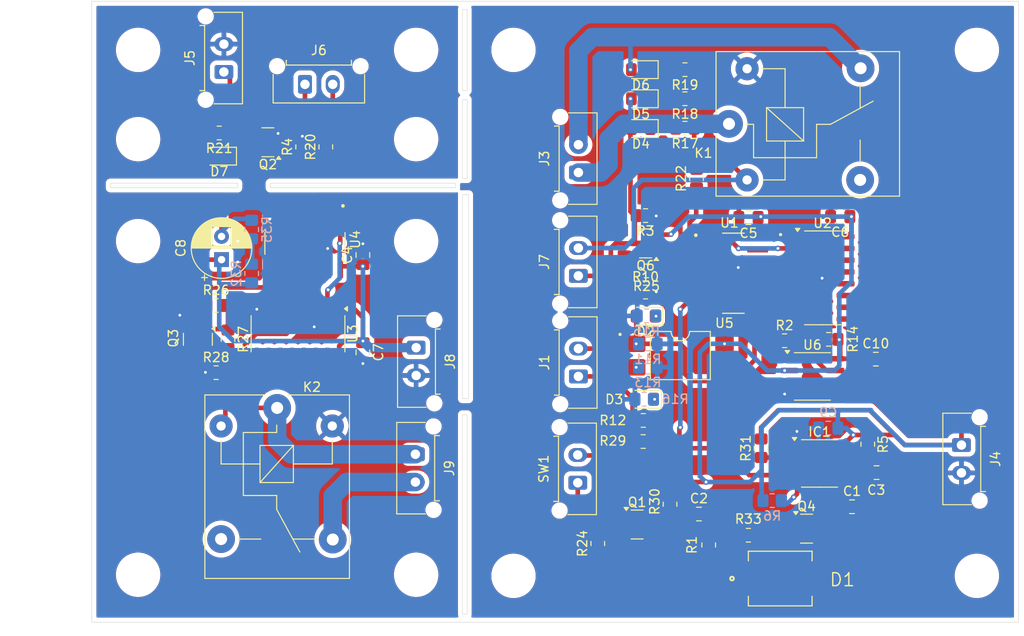
<source format=kicad_pcb>
(kicad_pcb (version 20241229) (generator "pcbnew") (generator_version "9.0")
  (layers (0 "F.Cu" signal) (2 "B.Cu" signal) (13 "F.Paste" user) (15 "B.Paste" user) (5 "F.SilkS" user "F.Silkscreen") (7 "B.SilkS" user "B.Silkscreen") (1 "F.Mask" user) (3 "B.Mask" user) (25 "Edge.Cuts" user))
  (net 0 "")
  (net 1 "GND")
  (net 2 "Net-(IC1-CONT)")
  (net 3 "/TRIG")
  (net 4 "+12V")
  (net 5 "/TSMS_reset")
  (net 6 "/DISCH")
  (net 7 "/IMD_reset")
  (net 8 "Net-(R32-Pad1)")
  (net 9 "Net-(Q1-D)")
  (net 10 "Net-(U1-Pad1)")
  (net 11 "Net-(U1-Pad9)")
  (net 15 "/SDC_IN")
  (net 17 "Net-(U1-Pad10)")
  (net 18 "/SDC_OUT")
  (net 20 "IMD_RELAY")
  (net 22 "/IMD_OKHs")
  (net 28 "/TSMS_input")
  (net 32 "Net-(U3-Pad2)")
  (net 35 "Net-(U3-Pad3)")
  (net 37 "Net-(U3-Pad4)")
  (net 39 "Net-(U4-Pad3)")
  (net 41 "/TSMS_latch_output")
  (net 44 "IMD_LED")
  (net 45 "/IMD_MHs")
  (net 46 "Net-(R13-Pad1)")
  (net 47 "Net-(R14-Pad2)")
  (net 48 "Net-(U1-Pad2)")
  (net 49 "/OKHs_logic")
  (net 50 "Net-(U6-BAL)")
  (net 51 "Net-(D2-K)")
  (net 52 "Net-(D3-K)")
  (net 53 "Net-(D4-K)")
  (net 54 "Net-(D5-K)")
  (net 55 "Net-(D6-K)")
  (net 56 "Net-(D7-A)")
  (net 58 "Net-(Q3-D)")
  (net 59 "Net-(Q2-G)")
  (net 60 "Net-(Q3-G)")
  (net 61 "/IMD_latch_output")
  (net 62 "Net-(Q6-G)")
  (net 63 "/TSMS_output")
  (net 64 "Net-(IC1-RESET)")
  (net 65 "Net-(Q1-G)")
  (net 66 "Net-(Q4-G)")
  (net 67 "Net-(C2-Pad2)")
  (footprint "Resistor_SMD:R_0805_2012Metric_Pad1.20x1.40mm_HandSolder" (layer "F.Cu") (at 134.5946 128.635 90)
    (property "Reference" "R24")
    (property "Value" "1k")
  )
  (footprint "MountingHole:MountingHole_4.3mm_M4" (layer "F.Cu") (at 115 85)
    (property "Reference" "H12" (hide yes))
    (property "Value" "MountingHole")
  )
  (footprint "Resistor_SMD:R_0805_2012Metric_Pad1.20x1.40mm_HandSolder" (layer "F.Cu") (at 144 83.8175 180)
    (property "Reference" "R17")
    (property "Value" "1k")
  )
  (footprint "Relay_THT:Relay_SPDT_SANYOU_SRD_Series_Form_C" (layer "F.Cu") (at 148.755 83.35)
    (property "Reference" "K1")
    (property "Value" "SANYOU_SRD_Form_C")
  )
  (footprint "extra_footprints:SS34 (1N5822)" (layer "F.Cu") (at 154.2796 132.4102)
    (property "Reference" "D1")
    (property "Value" "SS34")
  )
  (footprint "Resistor_SMD:R_0805_2012Metric_Pad1.20x1.40mm_HandSolder" (layer "F.Cu") (at 139.75 101.5)
    (property "Reference" "R10")
    (property "Value" "100k")
  )
  (footprint "LED_SMD:LED_0805_2012Metric_Pad1.15x1.40mm_HandSolder" (layer "F.Cu") (at 139.25 77.5 180)
    (property "Reference" "D6")
    (property "Value" "LED")
  )
  (footprint "Package_TO_SOT_SMD:SOT-23" (layer "F.Cu") (at 99 85.335 180)
    (property "Reference" "Q2")
    (property "Value" "AO3400A")
  )
  (footprint "Package_TO_SOT_SMD:SOT-23" (layer "F.Cu") (at 138.8364 126.5795)
    (property "Reference" "Q1")
    (property "Value" "NMOS")
  )
  (footprint "Resistor_SMD:R_0805_2012Metric_Pad1.20x1.40mm_HandSolder" (layer "F.Cu") (at 139.505 115.35)
    (property "Reference" "R12")
    (property "Value" "2k2")
  )
  (footprint "Resistor_SMD:R_0805_2012Metric_Pad1.20x1.40mm_HandSolder" (layer "F.Cu") (at 144 77.501052 180)
    (property "Reference" "R19")
    (property "Value" "1k")
  )
  (footprint "Package_TO_SOT_SMD:SOT-23" (layer "F.Cu") (at 139.75 96.25 180)
    (property "Reference" "Q6")
    (property "Value" "AO3401A")
  )
  (footprint "RMC-KiCad:SOIC127P600X175-14N" (layer "F.Cu") (at 103 96.25 -90)
    (property "Reference" "U4")
    (property "Value" "4001")
  )
  (footprint "Capacitor_SMD:C_0805_2012Metric_Pad1.18x1.45mm_HandSolder" (layer "F.Cu") (at 160.755 93.35 180)
    (property "Reference" "C6")
    (property "Value" "100nF")
  )
  (footprint "MountingHole:MountingHole_4.3mm_M4" (layer "F.Cu") (at 175.5025 132.12 -90)
    (property "Reference" "H1" (hide yes))
    (property "Value" "MountingHole")
  )
  (footprint "Connector_Molex:Molex_Micro-Fit_3.0_43650-0215_1x02_P3.00mm_Vertical" (layer "F.Cu") (at 115 107.5 -90)
    (property "Reference" "J8")
    (property "Value" "Conn_01x02")
  )
  (footprint "Resistor_SMD:R_0805_2012Metric_Pad1.20x1.40mm_HandSolder" (layer "F.Cu") (at 105.25 85.835 90)
    (property "Reference" "R20")
    (property "Value" "1k")
  )
  (footprint "Connector_Molex:Molex_Micro-Fit_3.0_43650-0215_1x02_P3.00mm_Vertical" (layer "F.Cu") (at 132.5 99.75 90)
    (property "Reference" "J7")
    (property "Value" "Conn_01x02")
  )
  (footprint "Resistor_SMD:R_0805_2012Metric_Pad1.20x1.40mm_HandSolder" (layer "F.Cu") (at 152.2222 118.348 90)
    (property "Reference" "R31")
    (property "Value" "1k")
  )
  (footprint "MountingHole:MountingHole_4.3mm_M4" (layer "F.Cu") (at 85 85)
    (property "Reference" "H11" (hide yes))
    (property "Value" "MountingHole")
  )
  (footprint "Package_SO:SOIC-8_3.9x4.9mm_P1.27mm" (layer "F.Cu") (at 157.755 110.6)
    (property "Reference" "U6")
    (property "Value" "LM311")
  )
  (footprint "Capacitor_THT:CP_Radial_D6.3mm_P2.50mm" (layer "F.Cu") (at 94 98 90)
    (property "Reference" "C8")
    (property "Value" "220u")
  )
  (footprint "Resistor_SMD:R_0805_2012Metric_Pad1.20x1.40mm_HandSolder" (layer "F.Cu") (at 145.25 89.25 90)
    (property "Reference" "R22")
    (property "Value" "JUMPER")
  )
  (footprint "Resistor_SMD:R_0805_2012Metric_Pad1.20x1.40mm_HandSolder" (layer "F.Cu") (at 139.75 93.25 180)
    (property "Reference" "R3")
    (property "Value" "1k")
  )
  (footprint "Resistor_SMD:R_0805_2012Metric_Pad1.20x1.40mm_HandSolder" (layer "F.Cu") (at 150.8412 127.7366 180)
    (property "Reference" "R33")
    (property "Value" "1k")
  )
  (footprint "Connector_Molex:Molex_Micro-Fit_3.0_43650-0215_1x02_P3.00mm_Vertical" (layer "F.Cu") (at 103 79.085)
    (property "Reference" "J6")
    (property "Value" "Conn_01x02")
  )
  (footprint "Capacitor_SMD:C_0805_2012Metric_Pad1.18x1.45mm_HandSolder" (layer "F.Cu") (at 164.6721 120.9802)
    (property "Reference" "C3")
    (property "Value" "1u")
  )
  (footprint "Package_DIP:SMDIP-4_W9.53mm" (layer "F.Cu") (at 143.505 108.35)
    (property "Reference" "U5")
    (property "Value" "LTV-817S")
  )
  (footprint "MountingHole:MountingHole_4.3mm_M4" (layer "F.Cu") (at 115 75.37)
    (property "Reference" "H10" (hide yes))
    (property "Value" "MountingHole")
  )
  (footprint "Connector_Molex:Molex_Micro-Fit_3.0_43650-0215_1x02_P3.00mm_Vertical" (layer "F.Cu") (at 132.505 88.6 90)
    (property "Reference" "J3")
    (property "Value" "Conn_01x02")
  )
  (footprint "Resistor_SMD:R_0805_2012Metric_Pad1.20x1.40mm_HandSolder" (layer "F.Cu") (at 93.415 102.945)
    (property "Reference" "R26")
    (property "Value" "1k")
  )
  (footprint "Package_TO_SOT_SMD:SOT-23" (layer "F.Cu") (at 157.1244 127.0254)
    (property "Reference" "Q4")
    (property "Value" "NMOS")
  )
  (footprint "Connector_Molex:Molex_Micro-Fit_3.0_43650-0215_1x02_P3.00mm_Vertical" (layer "F.Cu") (at 114.915 119 -90)
    (property "Reference" "J9")
    (property "Value" "Conn_01x02")
  )
  (footprint "Capacitor_SMD:C_0805_2012Metric_Pad1.18x1.45mm_HandSolder" (layer "F.Cu") (at 150.855 93.465 180)
    (property "Reference" "C5")
    (property "Value" "100nF")
  )
  (footprint "Resistor_SMD:R_0805_2012Metric_Pad1.20x1.40mm_HandSolder" (layer "F.Cu") (at 93.75 84.335 180)
    (property "Reference" "R21")
    (property "Value" "1k")
  )
  (footprint "Resistor_SMD:R_0805_2012Metric_Pad1.20x1.40mm_HandSolder" (layer "F.Cu") (at 146.5674 128.7874 -90)
    (property "Reference" "R1")
    (property "Value" "10k")
  )
  (footprint "MountingHole:MountingHole_4.3mm_M4" (layer "F.Cu") (at 125.5025 75.37 -90)
    (property "Reference" "H3" (hide yes))
    (property "Value" "MountingHole")
  )
  (footprint "MountingHole:MountingHole_4.3mm_M4" (layer "F.Cu") (at 175.5025 75.37 -90)
    (property "Reference" "H4" (hide yes))
    (property "Value" "MountingHole")
  )
  (footprint "Package_TO_SOT_SMD:SOT-23" (layer "F.Cu") (at 91.4475 106.5975 -90)
    (property "Reference" "Q3")
    (property "Value" "AO3401A")
  )
  (footprint "Resistor_SMD:R_0805_2012Metric_Pad1.20x1.40mm_HandSolder" (layer "F.Cu") (at 94.6975 106.5975 -90)
    (property "Reference" "R27")
    (property "Value" "100k")
  )
  (footprint "MountingHole:MountingHole_4.3mm_M4" (layer "F.Cu") (at 85 132)
    (property "Reference" "H7" (hide yes))
    (property "Value" "MountingHole")
  )
  (footprint "Capacitor_SMD:C_0805_2012Metric_Pad1.18x1.45mm_HandSolder" (layer "F.Cu") (at 164.5959 108.7374)
    (property "Reference" "C10")
    (property "Value" "100nF")
  )
  (footprint "Capacitor_SMD:C_0805_2012Metric_Pad1.18x1.45mm_HandSolder" (layer "F.Cu") (at 162.0305 124.6632)
    (property "Reference" "C1")
    (property "Value" "100n")
  )
  (footprint "Package_SO:SOIC-16_3.9x9.9mm_P1.27mm" (layer "F.Cu") (at 102.25 106 -90)
    (property "Reference" "U3")
    (property "Value" "4009")
  )
  (footprint "Capacitor_SMD:C_0805_2012Metric_Pad1.18x1.45mm_HandSolder" (layer "F.Cu") (at 145.5127 125.4506)
    (property "Reference" "C2")
    (property "Value" "1u")
  )
  (footprint "Connector_Molex:Molex_Micro-Fit_3.0_43650-0215_1x02_P3.00mm_Vertical" (layer "F.Cu") (at 173.8376 118.0056 -90)
    (property "Reference" "J4")
    (property "Value" "Conn_01x02")
  )
  (footprint "RMC-KiCad:SOIC127P600X175-14N" (layer "F.Cu") (at 149.225 99.465)
    (property "Reference" "U1")
    (property "Value" "4001")
  )
  (footprint "Resistor_SMD:R_0805_2012Metric_Pad1.20x1.40mm_HandSolder" (layer "F.Cu") (at 139.8475 99.2175 180)
    (property "Reference" "R25")
    (property "Value" "1k")
  )
  (footprint "LED_SMD:LED_0805_2012Metric_Pad1.15x1.40mm_HandSolder" (layer "F.Cu") (at 93.75 86.835 180)
    (property "Reference" "D7")
    (property "Value" "LED")
  )
  (footprint "MountingHole:MountingHole_4.3mm_M4" (layer "F.Cu") (at 125.5025 132.12 -90)
    (property "Reference" "H2" (hide yes))
    (property "Value" "MountingHole")
  )
  (footprint "Relay_THT:Relay_SPDT_SANYOU_SRD_Series_Form_C" (layer "F.Cu") (at 100 114 -90)
    (property "Reference" "K2")
    (property "Value" "SANYOU_SRD_Form_C")
  )
  (footprint "MountingHole:MountingHole_4.3mm_M4" (layer "F.Cu") (at 85 96)
    (property "Reference" "H9" (hide yes))
    (property "Value" "MountingHole")
  )
  (footprint "MountingHole:MountingHole_4.3mm_M4" (layer "F.Cu") (at 115 132)
    (property "Reference" "H5" (hide yes))
    (property "Value" "MountingHole")
  )
  (footprint "Resistor_SMD:R_0805_2012Metric_Pad1.20x1.40mm_HandSolder" (layer "F.Cu") (at 154.75 106.75)
    (property "Reference" "R2")
    (property "Value" "1k")
  )
  (footprint "Resistor_SMD:R_0805_2012Metric_Pad1.20x1.40mm_HandSolder" (layer "F.Cu") (at 163.7284 117.9162 -90)
    (property "Reference" "R5")
    (property "Value" "10k")
  )
  (footprint "Connector_Molex:Molex_Micro-Fit_3.0_43650-0215_1x02_P3.00mm_Vertical" (layer "F.Cu") (at 132.505 110.6 90)
    (property "Reference" "J1")
    (property "Value" "Conn_01x02")
  )
  (footprint "Resistor_SMD:R_0805_2012Metric_Pad1.20x1.40mm_HandSolder" (layer "F.Cu") (at 139.4968 117.6274)
    (property "Reference" "R29")
    (property "Value" "1k")
  )
  (footprint "Connector_Molex:Molex_Micro-Fit_3.0_43650-0215_1x02_P3.00mm_Vertical" (layer "F.Cu") (at 132.4356 122.0752 90)
    (property "Reference" "SW1")
    (property "Value" "SW_Push")
  )
  (footprint "LED_SMD:LED_0805_2012Metric_Pad1.15x1.40mm_HandSolder" (layer "F.Cu") (at 139.25 80.64 180)
    (property "Reference" "D5")
    (property "Value" "LED")
  )
  (footprint "LED_SMD:LED_0805_2012Metric_Pad1.15x1.40mm_HandSolder" (layer "F.Cu") (at 139.6025 113.0675 180)
    (property "Reference" "D3")
    (property "Value" "LED")
  )
  (footprint "Package_SO:SOIC-8_3.9x4.9mm_P1.27mm" (layer "F.Cu") (at 158.5214 119.9896)
    (property "Reference" "IC1")
    (property "Value" "NE555")
  )
  (footprint "Resistor_SMD:R_0805_2012Metric_Pad1.20x1.40mm_HandSolder" (layer "F.Cu") (at 159.505 106.6 180)
    (property "Reference" "R14")
    (property "Value" "1k")
  )
  (footprint "Resistor_SMD:R_0805_2012Metric_Pad1.20x1.40mm_HandSolder" (layer "F.Cu") (at 144 80.641052 180)
    (property "Reference" "R18")
    (property "Value" "1k")
  )
  (footprint "Resistor_SMD:R_0805_2012Metric_Pad1.20x1.40mm_HandSolder" (layer "F.Cu") (at 93.415 110.195)
    (property "Reference" "R28")
    (property "Value" "1k")
  )
  (footprint "Resistor_SMD:R_0805_2012Metric_Pad1.20x1.40mm_HandSolder" (layer "F.Cu") (at 142.3924 124.3932 90)
    (property "Reference" "R30")
    (property "Value" "1k")
  )
  (footprint "Capacitor_SMD:C_0805_2012Metric_Pad1.18x1.45mm_HandSolder" (layer "F.Cu") (at 109.25 97.5 90)
    (property "Reference" "C4")
    (property "Value" "100nF")
  )
  (footprint "Capacitor_SMD:C_0805_2012Metric_Pad1.18x1.45mm_HandSolder" (layer "F.Cu") (at 109.25 108 -90)
    (property "Reference" "C7")
    (property "Value" "100nF")
  )
  (footprint "Connector_Molex:Molex_Micro-Fit_3.0_43650-0215_1x02_P3.00mm_Vertical" (layer "F.Cu") (at 94.25 77.75 90)
    (property "Reference" "J5")
    (property "Value" "Conn_01x02")
  )
  (footprint "MountingHole:MountingHole_4.3mm_M4" (layer "F.Cu") (at 115 96)
    (property "Reference" "H6" (hide yes))
    (property "Value" "MountingHole")
  )
  (footprint "LED_SMD:LED_0805_2012Metric_Pad1.15x1.40mm_HandSolder" (layer "F.Cu") (at 139.755 104.1 180)
    (property "Reference" "D2")
    (property "Value" "LED")
  )
  (footprint "Resistor_SMD:R_0805_2012Metric_Pad1.20x1.40mm_HandSolder" (layer "F.Cu") (at 102.75 85.835 90)
    (property "Reference" "R4")
    (property "Value" "100k")
  )
  (footprint "LED_SMD:LED_0805_2012Metric_Pad1.15x1.40mm_HandSolder" (layer "F.Cu") (at 139.25 83.85 180)
    (property "Reference" "D4")
    (property "Value" "LED")
  )
  (footprint "MountingHole:MountingHole_4.3mm_M4" (layer "F.Cu") (at 85 75.37)
    (property "Reference" "H8" (hide yes))
    (property "Value" "MountingHole")
  )
  (footprint "Package_SO:SOIC-16_3.9x9.9mm_P1.27mm" (layer "F.Cu") (at 158.855 99.965)
    (property "Reference" "U2")
    (property "Value" "4009")
  )
  (footprint "Resistor_SMD:R_0805_2012Metric_Pad1.20x1.40mm_HandSolder" (layer "B.Cu") (at 139.8525 104.0675)
    (property "Reference" "R15")
    (property "Value" "1k")
  )
  (footprint "Resistor_SMD:R_0805_2012Metric_Pad1.20x1.40mm_HandSolder" (layer "B.Cu") (at 139.6025 113.0675)
    (property "Reference" "R16")
    (property "Value" "1k")
  )
  (footprint "Resistor_SMD:R_0805_2012Metric_Pad1.20x1.40mm_HandSolder" (layer "B.Cu") (at 97.25 94.75 90)
    (property "Reference" "R35")
    (property "Value" "4.7k")
  )
  (footprint "Resistor_SMD:R_0805_2012Metric_Pad1.20x1.40mm_HandSolder" (layer "B.Cu") (at 140.005 109.6)
    (property "Reference" "R13")
    (property "Value" "1k")
  )
  (footprint "Resistor_SMD:R_0805_2012Metric_Pad1.20x1.40mm_HandSolder" (layer "B.Cu") (at 140.005 107.1)
    (property "Reference" "R11")
    (property "Value" "2k2")
  )
  (footprint "Resistor_SMD:R_0805_2012Metric_Pad1.20x1.40mm_HandSolder" (layer "B.Cu") (at 97.25 99.5 -90)
    (property "Reference" "R32")
    (property "Value" "4.7k")
  )
  (footprint "Resistor_SMD:R_0805_2012Metric_Pad1.20x1.40mm_HandSolder" (layer "B.Cu") (at 153.416 124.0028)
    (property "Reference" "R6")
    (property "Value" "10k")
  )
  (footprint "Capacitor_SMD:C_0805_2012Metric_Pad1.18x1.45mm_HandSolder" (layer "B.Cu") (at 159.4651 116.1796 180)
    (property "Reference" "C9")
    (property "Value" "100nF")
  )
  (gr_circle (center 137 106.070143) (end 137.082843 106.170143) (stroke (width 0.1)) (fill yes) (layer "F.SilkS"))
  (gr_circle (center 154.317157 95.3) (end 154.4 95.4) (stroke (width 0.1)) (fill yes) (layer "F.SilkS"))
  (gr_rect (start 99.25 89.75) (end 119.25 90.25) (stroke (width 0.05)) (fill no) (layer "Edge.Cuts"))
  (gr_rect (start 82 89.75) (end 95.75 90.25) (stroke (width 0.05)) (fill no) (layer "Edge.Cuts"))
  (gr_rect (start 120 114.75) (end 120.5 136.25) (stroke (width 0.05)) (fill no) (layer "Edge.Cuts"))
  (gr_rect (start 80 70.12) (end 180 137.12) (stroke (width 0.05)) (fill no) (layer "Edge.Cuts"))
  (gr_rect (start 120 91) (end 120.6504 113) (stroke (width 0.05)) (fill no) (layer "Edge.Cuts"))
  (gr_rect (start 120 80.75) (end 120.5 89.25) (stroke (width 0.05)) (fill no) (layer "Edge.Cuts"))
  (gr_rect (start 120 71) (end 120.5 79.75) (stroke (width 0.05)) (fill no) (layer "Edge.Cuts"))
  (segment (start 156.083 118.048) (end 156.0464 118.0846) (width 0.25) (layer "F.Cu") (net 1))
  (segment (start 156.083 116.5352) (end 156.083 118.048) (width 0.5) (layer "F.Cu") (net 1))
  (via (at 100.1 84.385) (size 0.6) (drill 0.3) (layers "F.Cu" "B.Cu") (net 1))
  (via (at 102.7175 84.6825) (size 0.6) (drill 0.3) (layers "F.Cu" "B.Cu") (net 1))
  (via (at 92.2625 110.1625) (size 0.6) (drill 0.3) (layers "F.Cu" "B.Cu") (net 1))
  (via (at 154.755 112.505) (size 0.6) (drill 0.3) (layers "F.Cu" "B.Cu") (net 1))
  (via (at 140.9025 101.4675) (size 0.6) (drill 0.3) (layers "F.Cu" "B.Cu") (net 1))
  (via (at 104 105.25) (size 0.6) (drill 0.3) (layers "F.Cu" "B.Cu") (net 1))
  (via (at 156.083 116.5352) (size 0.6) (drill 0.3) (layers "F.Cu" "B.Cu") (net 1))
  (via (at 89.5 104) (size 0.6) (drill 0.3) (layers "F.Cu" "B.Cu") (net 1))
  (via (at 109.25 96.2844) (size 0.6) (drill 0.3) (layers "F.Cu" "B.Cu") (net 1))
  (via (at 95.75 98.25) (size 0.6) (drill 0.3) (layers "F.Cu" "B.Cu") (net 1))
  (via (at 158.8 100) (size 0.6) (drill 0.3) (layers "F.Cu" "B.Cu") (net 1))
  (via (at 99.19 93.63) (size 0.6) (drill 0.3) (layers "F.Cu" "B.Cu") (net 1))
  (via (at 149.755 98.85) (size 0.6) (drill 0.3) (layers "F.Cu" "B.Cu") (net 1))
  (via (at 95.75 96) (size 0.6) (drill 0.3) (layers "F.Cu" "B.Cu") (net 1))
  (via (at 140.9025 93.2825) (size 0.6) (drill 0.3) (layers "F.Cu" "B.Cu") (net 1))
  (via (at 105.45 96.8) (size 0.6) (drill 0.3) (layers "F.Cu" "B.Cu") (net 1))
  (via (at 109.25 109.2156) (size 0.6) (drill 0.3) (layers "F.Cu" "B.Cu") (net 1))
  (via (at 97.805 103.35) (size 0.6) (drill 0.3) (layers "F.Cu" "B.Cu") (net 1))
  (segment (start 156.4386 116.1796) (end 156.083 116.5352) (width 0.5) (layer "B.Cu") (net 1))
  (segment (start 158.4276 116.1796) (end 156.4386 116.1796) (width 0.5) (layer "B.Cu") (net 1))
  (segment (start 160.9964 121.8946) (end 160.9964 124.6598) (width 0.5) (layer "F.Cu") (net 2))
  (segment (start 160.9964 124.6598) (end 160.993 124.6632) (width 0.25) (layer "F.Cu") (net 2))
  (segment (start 156.0464 119.3546) (end 152.2288 119.3546) (width 0.5) (layer "F.Cu") (net 3))
  (segment (start 156.1869 126.0754) (end 157.668 126.0754) (width 0.5) (layer "F.Cu") (net 3))
  (segment (start 158.5468 120.1674) (end 157.734 119.3546) (width 0.5) (layer "F.Cu") (net 3))
  (segment (start 157.668 126.0754) (end 158.5468 125.1966) (width 0.5) (layer "F.Cu") (net 3))
  (segment (start 158.5468 125.1966) (end 158.5468 120.1674) (width 0.5) (layer "F.Cu") (net 3))
  (segment (start 152.2288 119.3546) (end 152.2222 119.348) (width 0.25) (layer "F.Cu") (net 3))
  (segment (start 157.734 119.3546) (end 156.0464 119.3546) (width 0.5) (layer "F.Cu") (net 3))
  (segment (start 167.7148 118.007) (end 163.957 114.2492) (width 0.5) (layer "F.Cu") (net 4))
  (segment (start 106.695 107.305) (end 106.695 108.65) (width 0.5) (layer "F.Cu") (net 4))
  (segment (start 94.9025 78.4025) (end 94.25 77.75) (width 0.5) (layer "F.Cu") (net 4))
  (segment (start 154.0764 114.2492) (end 161.0106 114.2492) (width 0.5) (layer "F.Cu") (net 4))
  (segment (start 142.7226 121.9962) (end 139.1062 121.9962) (width 0.5) (layer "F.Cu") (net 4))
  (segment (start 94.9025 84.4325) (end 94.75 84.585) (width 0.5) (layer "F.Cu") (net 4))
  (segment (start 91.25 98) (end 90.4975 98.7525) (width 0.5) (layer "F.Cu") (net 4))
  (segment (start 163.5584 108.7374) (end 163.5584 107.5104) (width 0.5) (layer "F.Cu") (net 4))
  (segment (start 171.3724 105.9928) (end 173.8376 108.458) (width 0.5) (layer "F.Cu") (net 4))
  (segment (start 173.7954 118.007) (end 167.7148 118.007) (width 0.5) (layer "F.Cu") (net 4))
  (segment (start 152.1856 93.3569) (end 152.0706 93.4719) (width 0.5) (layer "F.Cu") (net 4))
  (segment (start 163.5584 107.5104) (end 165.076 105.9928) (width 0.5) (layer "F.Cu") (net 4))
  (segment (start 161.0106 114.2492) (end 163.957 114.2492) (width 0.5) (layer "F.Cu") (net 4))
  (segment (start 152.0706 95.4294) (end 151.845 95.655) (width 0.5) (layer "F.Cu") (net 4))
  (segment (start 140.85 95.3) (end 142.45 95.3) (width 0.5) (layer "F.Cu") (net 4))
  (segment (start 109.2569 104.2569) (end 109.2569 106.7844) (width 0.5) (layer "F.Cu") (net 4))
  (segment (start 152.2222 117.348) (end 152.2222 116.1034) (width 0.5) (layer "F.Cu") (net 4))
  (segment (start 142.7226 121.9962) (end 142.7226 122.1486) (width 0.5) (layer "F.Cu") (net 4))
  (segment (start 106.9644 98.7156) (end 106.81 98.87) (width 0.5) (layer "F.Cu") (net 4))
  (segment (start 136.2425 119.1325) (end 132.4375 119.1325) (width 0.5) (layer "F.Cu") (net 4))
  (segment (start 108.35 103.35) (end 109.2569 104.2569) (width 0.5) (layer "F.Cu") (net 4))
  (segment (start 160.755 106.73) (end 160.6575 106.6325) (width 0.5) (layer "F.Cu") (net 4))
  (segment (start 146.2786 121.9962) (end 142.7226 121.9962) (width 0.5) (layer "F.Cu") (net 4))
  (segment (start 142.7226 122.1486) (end 142.3924 122.4788) (width 0.5) (layer "F.Cu") (net 4))
  (segment (start 90.4975 98.7525) (end 90.4975 105.4975) (width 0.5) (layer "F.Cu") (net 4))
  (segment (start 161.505 95.52) (end 156.205 95.52) (width 0.5) (layer "F.Cu") (net 4))
  (segment (start 160.755 108.695) (end 160.755 106.73) (width 0.5) (layer "F.Cu") (net 4))
  (segment (start 163.5725 108.695) (end 160.755 108.695) (width 0.5) (layer "F.Cu") (net 4))
  (segment (start 142.45 95.3) (end 142.5 95.25) (width 0.5) (layer "F.Cu") (net 4))
  (segment (start 94 98) (end 91.25 98) (width 0.5) (layer "F.Cu") (net 4))
  (segment (start 142.3924 122.4788) (end 142.3924 123.3932) (width 0.5) (layer "F.Cu") (net 4))
  (segment (start 163.957 114.2492) (end 166.624 116.9162) (width 0.5) (layer "F.Cu") (net 4))
  (segment (start 139.1062 121.9962) (end 136.2425 119.1325) (width 0.5) (layer "F.Cu") (net 4))
  (segment (start 161.9706 95.0544) (end 161.505 95.52) (width 0.5) (layer "F.Cu") (net 4))
  (segment (start 107.2156 106.7844) (end 106.695 107.305) (width 0.5) (layer "F.Cu") (net 4))
  (segment (start 161.9706 93.3569) (end 161.9706 95.0544) (width 0.5) (layer "F.Cu") (net 4))
  (segment (start 106.695 103.35) (end 108.35 103.35) (width 0.5) (layer "F.Cu") (net 4))
  (segment (start 152.0706 93.4719) (end 152.0706 95.4294) (width 0.5) (layer "F.Cu") (net 4))
  (segment (start 173.8376 108.458) (end 173.8376 118.0056) (width 0.5) (layer "F.Cu") (net 4))
  (segment (start 109.2569 106.7844) (end 107.2156 106.7844) (width 0.5) (layer "F.Cu") (net 4))
  (segment (start 163.7284 116.9162) (end 162.1648 116.9162) (width 0.5) (layer "F.Cu") (net 4))
  (segment (start 165.076 105.9928) (end 171.3724 105.9928) (width 0.5) (layer "F.Cu") (net 4))
  (segment (start 152.2222 116.1034) (end 154.0764 114.2492) (width 0.5) (layer "F.Cu") (net 4))
  (segment (start 166.624 116.9162) (end 163.7284 116.9162) (width 0.5) (layer "F.Cu") (net 4))
  (segment (start 109.2431 98.7156) (end 106.9644 98.7156) (width 0.5) (layer "F.Cu") (net 4))
  (segment (start 162.1648 116.9162) (end 160.9964 118.0846) (width 0.5) (layer "F.Cu") (net 4))
  (segment (start 94.9025 84.3675) (end 94.9025 78.4025) (width 0.5) (layer "F.Cu") (net 4))
  (via (at 154.755 109.965) (size 0.6) (drill 0.3) (layers "F.Cu" "B.Cu") (net 4))
  (via (at 146.2786 121.9962) (size 0.6) (drill 0.3) (layers "F.Cu" "B.Cu") (net 4))
  (via (at 109.2569 106.7844) (size 0.6) (drill 0.3) (layers "F.Cu" "B.Cu") (net 4))
  (via (at 152.1856 93.3569) (size 0.6) (drill 0.3) (layers "F.Cu" "B.Cu") (net 4))
  (via (at 109.2431 98.7156) (size 0.6) (drill 0.3) (layers "F.Cu" "B.Cu") (net 4))
  (via (at 160.6575 106.6325) (size 0.6) (drill 0.3) (layers "F.Cu" "B.Cu") (net 4))
  (via (at 161.9706 93.3569) (size 0.6) (drill 0.3) (layers "F.Cu" "B.Cu") (net 4))
  (via (at 142.5 95.25) (size 0.6) (drill 0.3) (layers "F.Cu" "B.Cu") (net 4))
  (via (at 162.1648 116.9162) (size 0.6) (drill 0.3) (layers "F.Cu" "B.Cu") (net 4))
  (via (at 148.27 107.08) (size 0.6) (drill 0.3) (layers "F.Cu" "B.Cu") (net 4))
  (segment (start 109.2569 98.7294) (end 109.2431 98.7156) (width 0.5) (layer "B.Cu") (net 4))
  (segment (start 152.273 120.727) (end 152.273 116.1034) (width 0.5) (layer "B.Cu") (net 4))
  (segment (start 160.5026 114.427) (end 160.5026 116.1796) (width 0.5) (layer "B.Cu") (net 4))
  (segment (start 149.811 121.9962) (end 149.8148 122) (width 0.5) (layer "B.Cu") (net 4))
  (segment (start 146.525 107.08) (end 148.27 107.08) (width 0.5) (layer "B.Cu") (net 4))
  (segment (start 109.2569 106.7844) (end 95.2844 106.7844) (width 0.5) (layer "B.Cu") (net 4))
  (segment (start 167.7402 118.007) (end 173.7954 118.007) (width 0.5) (layer "B.Cu") (net 4))
  (segment (start 148.27 107.08) (end 149.985 107.08) (width 0.5) (layer "B.Cu") (net 4))
  (segment (start 152.1856 93.3569) (end 161.9706 93.3569) (width 0.5) (layer "B.Cu") (net 4))
  (segment (start 161.9706 100.3844) (end 161.9706 93.3569) (width 0.5) (layer "B.Cu") (net 4))
  (segment (start 146.25 122) (end 145.605 121.355) (width 0.5) (layer "B.Cu") (net 4))
  (segment (start 145.605 121.355) (end 145.605 108) (width 0.5) (layer "B.Cu") (net 4))
  (segment (start 152.273 120.727) (end 152.273 123.8598) (width 0.5) (layer "B.Cu") (net 4))
  (segment (start 152.273 123.8598) (end 152.416 124.0028) (width 0.5) (layer "B.Cu") (net 4))
  (segment (start 154.1272 114.2492) (end 160.6804 114.2492) (width 0.5) (layer "B.Cu") (net 4))
  (segment (start 160.6575 101.6975) (end 161.9706 100.3844) (width 0.5) (layer "B.Cu") (net 4))
  (segment (start 160.6575 106.6325) (end 160.6575 101.6975) (width 0.5) (layer "B.Cu") (net 4))
  (segment (start 149.985 107.08) (end 152.87 109.965) (width 0.5) (layer "B.Cu") (net 4))
  (segment (start 152.273 116.1034) (end 154.1272 114.2492) (width 0.5) (layer "B.Cu") (net 4))
  (segment (start 142.5 95.25) (end 144.3931 93.3569) (width 0.5) (layer "B.Cu") (net 4))
  (segment (start 109.2569 106.7844) (end 109.2569 98.7294) (width 0.5) (layer "B.Cu") (net 4))
  (segment (start 145.605 108) (end 146.525 107.08) (width 0.5) (layer "B.Cu") (net 4))
  (segment (start 93.75 100.75) (end 93.75 98.25) (width 0.5) (layer "B.Cu") (net 4))
  (segment (start 109.9725 107.5) (end 109.2569 106.7844) (width 1) (layer "B.Cu") (net 4))
  (segment (start 97.2175 100.6525) (end 93.8475 100.6525) (width 0.5) (layer "B.Cu") (net 4))
  (segment (start 164.084 114.3508) (end 167.7402 118.007) (width 0.5) (layer "B.Cu") (net 4))
  (segment (start 93.75 98.25) (end 94 98) (width 0.5) (layer "B.Cu") (net 4))
  (segment (start 160.6804 114.2492) (end 164.084 114.2492) (width 0.5) (layer "B.Cu") (net 4))
  (segment (start 93.8475 100.6525) (end 93.75 100.75) (width 0.5) (layer "B.Cu") (net 4))
  (segment (start 160.6575 109.4475) (end 160.6575 106.6325) (width 0.5) (layer "B.Cu") (net 4))
  (segment (start 154.755 109.965) (end 160.14 109.965) (width 0.5) (layer "B.Cu") (net 4))
  (segment (start 109.9725 107.5) (end 115 107.5) (width 1) (layer "B.Cu") (net 4))
  (segment (start 161.4282 116.1796) (end 162.1648 116.9162) (width 0.5) (layer "B.Cu") (net 4))
  (segment (start 160.5026 116.1796) (end 161.4282 116.1796) (width 0.5) (layer "B.Cu") (net 4))
  (segment (start 152.87 109.965) (end 154.755 109.965) (width 0.5) (layer "B.Cu") (net 4))
  (segment (start 149.8148 122) (end 151 122) (width 0.5) (layer "B.Cu") (net 4))
  (segment (start 93.75 105.25) (end 93.75 100.75) (width 0.5) (layer "B.Cu") (net 4))
  (segment (start 146.2786 121.9962) (end 149.811 121.9962) (width 0.5) (layer "B.Cu") (net 4))
  (segment (start 146.2786 121.9962) (end 146.2748 122) (width 0.5) (layer "B.Cu") (net 4))
  (segment (start 164.084 114.2492) (end 164.084 114.3508) (width 0.5) (layer "B.Cu") (net 4))
  (segment (start 146.2748 122) (end 146.25 122) (width 0.5) (layer "B.Cu") (net 4))
  (segment (start 160.14 109.965) (end 160.6575 109.4475) (width 0.5) (layer "B.Cu") (net 4))
  (segment (start 160.6804 114.2492) (end 160.5026 114.427) (width 0.5) (layer "B.Cu") (net 4))
  (segment (start 95.2844 106.7844) (end 93.75 105.25) (width 0.5) (layer "B.Cu") (net 4))
  (segment (start 144.3931 93.3569) (end 152.1856 93.3569) (width 0.5) (layer "B.Cu") (net 4))
  (segment (start 151 122) (end 152.273 120.727) (width 0.5) (layer "B.Cu") (net 4))
  (segment (start 95 91.5) (end 94 92.5) (width 0.5) (layer "F.Cu") (net 5))
  (segment (start 100 91.5) (end 95 91.5) (width 0.5) (layer "F.Cu") (net 5))
  (segment (start 100.46 93.63) (end 100.46 91.96) (width 0.5) (layer "F.Cu") (net 5))
  (segment (start 100.46 91.96) (end 100 91.5) (width 0.5) (layer "F.Cu") (net 5))
  (segment (start 94 92.5) (end 94 95) (width 0.5) (layer "F.Cu") (net 5))
  (segment (start 94 95) (end 93.75 95) (width 0.5) (layer "B.Cu") (net 5))
  (segment (start 95.4025 93.5975) (end 94 95) (width 0.5) (layer "B.Cu") (net 5))
  (segment (start 97.2825 93.5975) (end 95.4025 93.5975) (width 0.5) (layer "B.Cu") (net 5))
  (segment (start 161.4348 118.9162) (end 160.9964 119.3546) (width 0.5) (layer "F.Cu") (net 6))
  (segment (start 163.7284 118.9162) (end 161.4348 118.9162) (width 0.5) (layer "F.Cu") (net 6))
  (segment (start 160.9964 120.6246) (end 163.7362 120.6246) (width 0.5) (layer "F.Cu") (net 6))
  (segment (start 160.9964 119.3546) (end 160.9964 120.6246) (width 0.5) (layer "F.Cu") (net 6))
  (segment (start 153.7462 121.2596) (end 154.3812 120.6246) (width 0.5) (layer "F.Cu") (net 7))
  (segment (start 143.405 118.35) (end 143.405 116.2) (width 0.5) (layer "F.Cu") (net 7))
  (segment (start 144.85 102.005) (end 143.505 103.35) (width 0.5) (layer "F.Cu") (net 7))
  (segment (start 146.605 102.005) (end 144.85 102.005) (width 0.5) (layer "F.Cu") (net 7))
  (segment (start 143.405 118.35) (end 148.0426 118.35) (width 0.5) (layer "F.Cu") (net 7))
  (segment (start 153.7462 121.2596) (end 151.511 121.2596) (width 0.5) (layer "F.Cu") (net 7))
  (segment (start 143.405 116.2) (end 143.505 116.1) (width 0.5) (layer "F.Cu") (net 7))
  (segment (start 143.405 118.35) (end 141.375 118.35) (width 0.5) (layer "F.Cu") (net 7))
  (segment (start 150.9522 121.2596) (end 153.7462 121.2596) (width 0.5) (layer "F.Cu") (net 7))
  (segment (start 148.0426 118.35) (end 150.9522 121.2596) (width 0.5) (layer "F.Cu") (net 7))
  (segment (start 141.375 118.35) (end 140.6575 117.6325) (width 0.5) (layer "F.Cu") (net 7))
  (segment (start 154.3812 120.6246) (end 156.0464 120.6246) (width 0.5) (layer "F.Cu") (net 7))
  (via (at 143.505 103.35) (size 0.6) (drill 0.3) (layers "F.Cu" "B.Cu") (net 7))
  (via (at 143.505 116.1) (size 0.6) (drill 0.3) (layers "F.Cu" "B.Cu") (net 7))
  (segment (start 143.505 116.1) (end 143.505 103.35) (width 0.5) (layer "B.Cu") (net 7))
  (segment (start 97.2825 95.9025) (end 97.2825 98.2825) (width 0.5) (layer "B.Cu") (net 8))
  (segment (start 97.2825 98.2825) (end 97.2175 98.3475) (width 0.5) (layer "B.Cu") (net 8))
  (segment (start 142.3924 125.3932) (end 142.3604 125.4252) (width 0.5) (layer "F.Cu") (net 9))
  (segment (start 144.4178 125.3932) (end 144.4752 125.4506) (width 0.5) (layer "F.Cu") (net 9))
  (segment (start 138.1032 125.4252) (end 137.8989 125.6295) (width 0.5) (layer "F.Cu") (net 9))
  (segment (start 142.3604 125.4252) (end 138.1032 125.4252) (width 0.5) (layer "F.Cu") (net 9))
  (segment (start 142.3924 125.3932) (end 144.4178 125.3932) (width 0.5) (layer "F.Cu") (net 9))
  (segment (start 148.645 95.655) (end 146.605 95.655) (width 0.5) (layer "F.Cu") (net 10))
  (segment (start 149.78 96.79) (end 148.645 95.655) (width 0.5) (layer "F.Cu") (net 10))
  (segment (start 154.03 96.79) (end 156.205 96.79) (width 0.5) (layer "F.Cu") (net 10))
  (via (at 154.03 96.79) (size 0.6) (drill 0.3) (layers "F.Cu" "B.Cu") (net 10))
  (via (at 149.78 96.79) (size 0.6) (drill 0.3) (layers "F.Cu" "B.Cu") (net 10))
  (segment (start 149.78 96.79) (end 154.03 96.79) (width 0.5) (layer "B.Cu") (net 10))
  (segment (start 151.845 102.01) (end 153.595 102.01) (width 0.25) (layer "F.Cu") (net 11))
  (segment (start 154.275 99.33) (end 156.205 99.33) (width 0.25) (layer "F.Cu") (net 11))
  (segment (start 154.005 101.6) (end 154.005 99.6) (width 0.25) (layer "F.Cu") (net 11))
  (segment (start 154.005 99.6) (end 154.275 99.33) (width 0.25) (layer "F.Cu") (net 11))
  (segment (start 153.595 102.01) (end 154.005 101.6) (width 0.25) (layer "F.Cu") (net 11))
  (via (at 138.125 80.64) (size 0.6) (drill 0.3) (layers "F.Cu" "B.Cu") (net 15))
  (segment (start 137.4 83.35) (end 138 83.35) (width 2) (layer "B.Cu") (net 15))
  (segment (start 135.75 85) (end 137.4 83.35) (width 2) (layer "B.Cu") (net 15))
  (segment (start 135.75 87.75) (end 135.75 85) (width 2) (layer "B.Cu") (net 15))
  (segment (start 138 83.35) (end 138.125 83.225) (width 0.5) (layer "B.Cu") (net 15))
  (segment (start 132.505 88.6) (end 134.9 88.6) (width 2) (layer "B.Cu") (net 15))
  (segment (start 138 83.35) (end 148.755 83.35) (width 2) (layer "B.Cu") (net 15))
  (segment (start 134.9 88.6) (end 135.75 87.75) (width 2) (layer "B.Cu") (net 15))
  (segment (start 138.125 83.225) (end 138.125 80.64) (width 0.5) (layer "B.Cu") (net 15))
  (segment (start 153.085 100.735) (end 151.845 100.735) (width 0.25) (layer "F.Cu") (net 17))
  (segment (start 153.505 98.35) (end 153.505 100.315) (width 0.25) (layer "F.Cu") (net 17))
  (segment (start 156.205 98.06) (end 153.795 98.06) (width 0.25) (layer "F.Cu") (net 17))
  (segment (start 153.795 98.06) (end 153.505 98.35) (width 0.25) (layer "F.Cu") (net 17))
  (segment (start 153.505 100.315) (end 153.085 100.735) (width 0.25) (layer "F.Cu") (net 17))
  (via (at 138.125 77.5) (size 0.6) (drill 0.3) (layers "F.Cu" "B.Cu") (net 18))
  (segment (start 132.505 75.495) (end 134 74) (width 2) (layer "B.Cu") (net 18))
  (segment (start 138.125 74.125) (end 138.125 77.5) (width 0.5) (layer "B.Cu") (net 18))
  (segment (start 159.605 74) (end 162.955 77.35) (width 2) (layer "B.Cu") (net 18))
  (segment (start 138 74) (end 159.605 74) (width 2) (layer "B.Cu") (net 18))
  (segment (start 138 74) (end 138.125 74.125) (width 0.5) (layer "B.Cu") (net 18))
  (segment (start 132.505 85.6) (end 132.505 75.495) (width 2) (layer "B.Cu") (net 18))
  (segment (start 134 74) (end 138 74) (width 2) (layer "B.Cu") (net 18))
  (segment (start 97.9 82.685) (end 97.9 85.335) (width 0.5) (layer "F.Cu") (net 20))
  (segment (start 149.4025 88.0975) (end 150.705 89.4) (width 0.5) (layer "F.Cu") (net 20))
  (segment (start 96.375 85.335) (end 94.875 86.835) (width 0.5) (layer "F.Cu") (net 20))
  (segment (start 103 79.085) (end 103 81.335) (width 0.5) (layer "F.Cu") (net 20))
  (segment (start 102.25 82.085) (end 98.5 82.085) (width 0.5) (layer "F.Cu") (net 20))
  (segment (start 98.5 82.085) (end 97.9 82.685) (width 0.5) (layer "F.Cu") (net 20))
  (segment (start 103 81.335) (end 102.25 82.085) (width 0.5) (layer "F.Cu") (net 20))
  (segment (start 145.2175 88.0975) (end 149.4025 88.0975) (width 0.5) (layer "F.Cu") (net 20))
  (segment (start 97.9 85.335) (end 96.375 85.335) (width 0.5) (layer "F.Cu") (net 20))
  (segment (start 137.5 96.75) (end 132.5 96.75) (width 0.5) (layer "B.Cu") (net 20))
  (segment (start 150.705 89.4) (end 139.35 89.4) (width 0.5) (layer "B.Cu") (net 20))
  (segment (start 138.5 90.25) (end 138.5 95.75) (width 0.5) (layer "B.Cu") (net 20))
  (segment (start 139.35 89.4) (end 138.5 90.25) (width 0.5) (layer "B.Cu") (net 20))
  (segment (start 138.5 95.75) (end 137.5 96.75) (width 0.5) (layer "B.Cu") (net 20))
  (segment (start 138.74 107.08) (end 138.74 104.21) (width 0.5) (layer "F.Cu") (net 22))
  (segment (start 143.485 107.08) (end 144.005 107.6) (width 0.5) (layer "F.Cu") (net 22))
  (segment (start 138.74 107.08) (end 143.485 107.08) (width 0.5) (layer "F.Cu") (net 22))
  (segment (start 132.505 107.6) (end 138.22 107.6) (width 0.5) (layer "F.Cu") (net 22))
  (segment (start 144.005 110.35) (end 144.755 111.1) (width 0.5) (layer "F.Cu") (net 22))
  (segment (start 138.74 104.21) (end 138.63 104.1) (width 0.5) (layer "F.Cu") (net 22))
  (segment (start 144.755 111.1) (end 154.7425 111.1) (width 0.5) (layer "F.Cu") (net 22))
  (segment (start 138.22 107.6) (end 138.74 107.08) (width 0.5) (layer "F.Cu") (net 22))
  (segment (start 144.005 107.6) (end 144.005 110.35) (width 0.5) (layer "F.Cu") (net 22))
  (via (at 138.74 107.08) (size 0.6) (drill 0.3) (layers "F.Cu" "B.Cu") (net 22))
  (segment (start 138.7925 107.1325) (end 138.74 107.08) (width 0.25) (layer "B.Cu") (net 22))
  (segment (start 138.8525 107.1325) (end 138.7925 107.1325) (width 0.25) (layer "B.Cu") (net 22))
  (segment (start 96.5 107.25) (end 96.5 113.3704) (width 0.5) (layer "F.Cu") (net 28))
  (segment (start 96.9216 113.792) (end 96.9264 113.792) (width 0.5) (layer "F.Cu") (net 28))
  (segment (start 97.75 106) (end 96.5 107.25) (width 0.5) (layer "F.Cu") (net 28))
  (segment (start 96.9264 113.792) (end 97.1344 114) (width 0.5) (layer "F.Cu") (net 28))
  (segment (start 96.5 113.3704) (end 96.9216 113.792) (width 0.5) (layer "F.Cu") (net 28))
  (segment (start 97.1344 114) (end 100 114) (width 0.5) (layer "F.Cu") (net 28))
  (segment (start 101.615 103.35) (end 101.615 105.385) (width 0.5) (layer "F.Cu") (net 28))
  (segment (start 101 106) (end 97.75 106) (width 0.5) (layer "F.Cu") (net 28))
  (segment (start 101.615 105.385) (end 101 106) (width 0.5) (layer "F.Cu") (net 28))
  (segment (start 100 117.5) (end 101.5 119) (width 2) (layer "B.Cu") (net 28))
  (segment (start 101.5 119) (end 114.915 119) (width 2) (layer "B.Cu") (net 28))
  (segment (start 100 114) (end 100 117.5) (width 2) (layer "B.Cu") (net 28))
  (segment (start 105.425 101.325) (end 105.5 101.25) (width 0.5) (layer "F.Cu") (net 32))
  (segment (start 105.425 103.35) (end 105.425 101.325) (width 0.5) (layer "F.Cu") (net 32))
  (segment (start 106.81 93.63) (end 106.81 96.19) (width 0.5) (layer "F.Cu") (net 32))
  (segment (start 106.81 96.19) (end 106.75 96.25) (width 0.5) (layer "F.Cu") (net 32))
  (via (at 106.75 96.25) (size 0.6) (drill 0.3) (layers "F.Cu" "B.Cu") (net 32))
  (via (at 105.5 101.25) (size 0.6) (drill 0.3) (layers "F.Cu" "B.Cu") (net 32))
  (segment (start 106.75 100) (end 105.5 101.25) (width 0.5) (layer "B.Cu") (net 32))
  (segment (start 106.75 96.25) (end 106.75 100) (width 0.5) (layer "B.Cu") (net 32))
  (segment (start 102.25 100.75) (end 103.75 100.75) (width 0.5) (layer "F.Cu") (net 35))
  (segment (start 101.73 98.87) (end 101.73 100.23) (width 0.5) (layer "F.Cu") (net 35))
  (segment (start 103.75 100.75) (end 104.155 101.155) (width 0.5) (layer "F.Cu") (net 35))
  (segment (start 101.73 100.23) (end 102.25 100.75) (width 0.5) (layer "F.Cu") (net 35))
  (segment (start 104.155 101.155) (end 104.155 103.35) (width 0.5) (layer "F.Cu") (net 35))
  (segment (start 102.885 102.115) (end 102.885 103.35) (width 0.5) (layer "F.Cu") (net 37))
  (segment (start 100.455 98.87) (end 100.455 100.705) (width 0.5) (layer "F.Cu") (net 37))
  (segment (start 100.455 100.705) (end 101.201 101.451) (width 0.5) (layer "F.Cu") (net 37))
  (segment (start 101.201 101.451) (end 102.221 101.451) (width 0.5) (layer "F.Cu") (net 37))
  (segment (start 102.221 101.451) (end 102.885 102.115) (width 0.5) (layer "F.Cu") (net 37))
  (segment (start 101.73 93.63) (end 101.73 92.145) (width 0.5) (layer "F.Cu") (net 39))
  (segment (start 104.27 92.02) (end 104.27 93.63) (width 0.5) (layer "F.Cu") (net 39))
  (segment (start 102.375 91.5) (end 103.75 91.5) (width 0.5) (layer "F.Cu") (net 39))
  (segment (start 101.73 92.145) (end 102.375 91.5) (width 0.5) (layer "F.Cu") (net 39))
  (segment (start 103.75 91.5) (end 104.27 92.02) (width 0.5) (layer "F.Cu") (net 39))
  (segment (start 105 95.75) (end 103 95.75) (width 0.5) (layer "F.Cu") (net 41))
  (segment (start 99.19 100.31) (end 98.5 101) (width 0.5) (layer "F.Cu") (net 41))
  (segment (start 103 93.63) (end 103 95.75) (width 0.5) (layer "F.Cu") (net 41))
  (segment (start 99.19 96.56) (end 99.19 98.87) (width 0.5) (layer "F.Cu") (net 41))
  (segment (start 93 101) (end 92.2625 101.7375) (width 0.5) (layer "F.Cu") (net 41))
  (segment (start 100 95.75) (end 99.19 96.56) (width 0.5) (layer "F.Cu") (net 41))
  (segment (start 98.5 101) (end 93 101) (width 0.5) (layer "F.Cu") (net 41))
  (segment (start 105.54 95.21) (end 105 95.75) (width 0.5) (layer "F.Cu") (net 41))
  (segment (start 92.2625 101.7375) (end 92.2625 102.9125) (width 0.5) (layer "F.Cu") (net 41))
  (segment (start 99.19 98.87) (end 99.19 100.31) (width 0.5) (layer "F.Cu") (net 41))
  (segment (start 105.54 93.63) (end 105.54 95.21) (width 0.5) (layer "F.Cu") (net 41))
  (segment (start 103 95.75) (end 100 95.75) (width 0.5) (layer "F.Cu") (net 41))
  (segment (start 135.5 99.75) (end 136 99.25) (width 0.5) (layer "F.Cu") (net 44))
  (segment (start 138.5975 93.2825) (end 138.5975 96.1975) (width 0.5) (layer "F.Cu") (net 44))
  (segment (start 106 81.585) (end 106 79.085) (width 0.5) (layer "F.Cu") (net 44))
  (segment (start 138.5975 96.1975) (end 138.65 96.25) (width 0.5) (layer "F.Cu") (net 44))
  (segment (start 136 99.25) (end 136 96.75) (width 0.5) (layer "F.Cu") (net 44))
  (segment (start 136 96.75) (end 136.5 96.25) (width 0.5) (layer "F.Cu") (net 44))
  (segment (start 132.5 99.75) (end 135.5 99.75) (width 0.5) (layer "F.Cu") (net 44))
  (segment (start 105.2175 82.3675) (end 106 81.585) (width 0.5) (layer "F.Cu") (net 44))
  (segment (start 138.125 83.85) (end 138.125 92.81) (width 0.5) (layer "F.Cu") (net 44))
  (segment (start 136.5 96.25) (end 138.65 96.25) (width 0.5) (layer "F.Cu") (net 44))
  (segment (start 138.125 92.81) (end 138.5975 93.2825) (width 0.5) (layer "F.Cu") (net 44))
  (segment (start 105.2175 84.6825) (end 105.2175 82.3675) (width 0.5) (layer "F.Cu") (net 44))
  (segment (start 138.3525 115.3175) (end 138.3525 113.1925) (width 0.5) (layer "F.Cu") (net 45))
  (segment (start 138.3525 113.1925) (end 138.4775 113.0675) (width 0.5) (layer "F.Cu") (net 45))
  (segment (start 132.505 110.6) (end 136.01 110.6) (width 0.5) (layer "F.Cu") (net 45))
  (segment (start 136.01 110.6) (end 138.4775 113.0675) (width 0.5) (layer "F.Cu") (net 45))
  (via (at 138.74 109.62) (size 0.6) (drill 0.3) (layers "F.Cu" "B.Cu") (net 46))
  (segment (start 138.7525 109.6325) (end 138.74 109.62) (width 0.25) (layer "B.Cu") (net 46))
  (segment (start 138.8525 109.6325) (end 138.7525 109.6325) (width 0.25) (layer "B.Cu") (net 46))
  (segment (start 159.255001 109.965) (end 160.755 109.965) (width 0.5) (layer "F.Cu") (net 47))
  (segment (start 158.3525 109.062499) (end 159.255001 109.965) (width 0.5) (layer "F.Cu") (net 47))
  (segment (start 158.3525 106.6325) (end 158.3525 109.062499) (width 0.5) (layer "F.Cu") (net 47))
  (segment (start 157.795 103.14) (end 156.205 103.14) (width 0.5) (layer "F.Cu") (net 47))
  (segment (start 158.3525 103.6975) (end 157.795 103.14) (width 0.5) (layer "F.Cu") (net 47))
  (segment (start 158.3525 106.6325) (end 158.3525 103.6975) (width 0.5) (layer "F.Cu") (net 47))
  (segment (start 148.855 97.465) (end 148.315 96.925) (width 0.5) (layer "F.Cu") (net 48))
  (segment (start 148.855 99.465) (end 146.605 99.465) (width 0.5) (layer "F.Cu") (net 48))
  (segment (start 148.855 102.215) (end 148.855 97.465) (width 0.5) (layer "F.Cu") (net 48))
  (segment (start 151.845 103.275) (end 149.915 103.275) (width 0.5) (layer "F.Cu") (net 48))
  (segment (start 148.315 96.925) (end 146.605 96.925) (width 0.5) (layer "F.Cu") (net 48))
  (segment (start 149.915 103.275) (end 148.855 102.215) (width 0.5) (layer "F.Cu") (net 48))
  (segment (start 148.27 109.62) (end 150.735 109.62) (width 0.5) (layer "F.Cu") (net 49))
  (segment (start 151.505 108.85) (end 151.505 107.245) (width 0.5) (layer "F.Cu") (net 49))
  (segment (start 154.8825 101.8675) (end 156.205 101.8675) (width 0.5) (layer "F.Cu") (net 49))
  (segment (start 152.0325 106.7175) (end 153.5975 106.7175) (width 0.5) (layer "F.Cu") (net 49))
  (segment (start 151.505 107.245) (end 152.0325 106.7175) (width 0.5) (layer "F.Cu") (net 49))
  (segment (start 153.5975 106.7175) (end 153.5975 103.1525) (width 0.5) (layer "F.Cu") (net 49))
  (segment (start 153.5975 103.1525) (end 154.8825 101.8675) (width 0.5) (layer "F.Cu") (net 49))
  (segment (start 156.205 101.8675) (end 156.205 100.6) (width 0.25) (layer "F.Cu") (net 49))
  (segment (start 150.735 109.62) (end 151.505 108.85) (width 0.5) (layer "F.Cu") (net 49))
  (segment (start 160.755 111.235) (end 160.755 112.505) (width 0.25) (layer "F.Cu") (net 50))
  (via (at 140.88 104.1) (size 0.6) (drill 0.3) (layers "F.Cu" "B.Cu") (net 51))
  (segment (start 141.005 104.1) (end 140.88 104.1) (width 0.25) (layer "B.Cu") (net 51))
  (via (at 140.7275 113.0675) (size 0.6) (drill 0.3) (layers "F.Cu" "B.Cu") (net 52))
  (segment (start 140.755 113.1) (end 140.755 113.095) (width 0.25) (layer "B.Cu") (net 52))
  (segment (start 140.755 113.095) (end 140.7275 113.0675) (width 0.25) (layer "B.Cu") (net 52))
  (segment (start 140.375 83.85) (end 142.8475 83.85) (width 0.5) (layer "F.Cu") (net 53))
  (segment (start 140.408552 80.673552) (end 140.375 80.64) (width 0.5) (layer "F.Cu") (net 54))
  (segment (start 142.8475 80.673552) (end 140.408552 80.673552) (width 0.5) (layer "F.Cu") (net 54))
  (segment (start 140.375 77.5) (end 142.813948 77.5) (width 0.5) (layer "F.Cu") (net 55))
  (segment (start 142.813948 77.5) (end 142.8475 77.533552) (width 0.5) (layer "F.Cu") (net 55))
  (segment (start 92.625 86.835) (end 92.625 84.395) (width 0.5) (layer "F.Cu") (net 56))
  (segment (start 92.625 84.395) (end 92.5975 84.3675) (width 0.5) (layer "F.Cu") (net 56))
  (segment (start 93.3175 115.3175) (end 93.95 115.95) (width 0.5) (layer "F.Cu") (net 58))
  (segment (start 94.415 110.195) (end 94.415 115.485) (width 0.5) (layer "F.Cu") (net 58))
  (segment (start 94.415 115.485) (end 93.95 115.95) (width 0.25) (layer "F.Cu") (net 58))
  (segment (start 91.5 107.75) (end 91.4475 107.6975) (width 0.5) (layer "F.Cu") (net 58))
  (segment (start 94.73 107.75) (end 91.5 107.75) (width 0.5) (layer "F.Cu") (net 58))
  (segment (start 94.73 107.75) (end 94.73 110.13) (width 0.5) (layer "F.Cu") (net 58))
  (segment (start 94.73 110.13) (end 94.665 110.195) (width 0.5) (layer "F.Cu") (net 58))
  (segment (start 100.1 86.285) (end 102.015 86.285) (width 0.5) (layer "F.Cu") (net 59))
  (segment (start 102.7175 86.9875) (end 105.2175 86.9875) (width 0.5) (layer "F.Cu") (net 59))
  (segment (start 102.015 86.285) (end 102.7175 86.9875) (width 0.5) (layer "F.Cu") (net 59))
  (segment (start 94.6975 105.4125) (end 94.73 105.445) (width 0.5) (layer "F.Cu") (net 60))
  (segment (start 94.6775 105.4975) (end 94.73 105.445) (width 0.5) (layer "F.Cu") (net 60))
  (segment (start 94.6975 103.0975) (end 94.6975 105.4125) (width 0.5) (layer "F.Cu") (net 60))
  (segment (start 92.3975 105.4975) (end 94.6775 105.4975) (width 0.5) (layer "F.Cu") (net 60))
  (segment (start 146.605 98.195) (end 144.505 98.195) (width 0.5) (layer "F.Cu") (net 61))
  (segment (start 145.14 100.735) (end 146.605 100.735) (width 0.5) (layer "F.Cu") (net 61))
  (segment (start 144.505 98.195) (end 144.505 93.995) (width 0.5) (layer "F.Cu") (net 61))
  (segment (start 144.505 100.1) (end 145.14 100.735) (width 0.5) (layer "F.Cu") (net 61))
  (segment (start 144.505 93.995) (end 145.2175 93.2825) (width 0.5) (layer "F.Cu") (net 61))
  (segment (start 144.505 98.195) (end 144.505 100.1) (width 0.5) (layer "F.Cu") (net 61))
  (segment (start 145.2175 93.2825) (end 145.2175 90.4025) (width 0.5) (layer "F.Cu") (net 61))
  (segment (start 141 99.25) (end 143.655 99.25) (width 0.5) (layer "F.Cu") (net 61))
  (segment (start 143.655 99.25) (end 144.505 100.1) (width 0.5) (layer "F.Cu") (net 61))
  (segment (start 139.3 97.2) (end 140.85 97.2) (width 0.5) (layer "F.Cu") (net 62))
  (segment (start 138.5975 101.4675) (end 138.5975 99.3475) (width 0.5) (layer "F.Cu") (net 62))
  (segment (start 138.695 99.25) (end 138.695 97.805) (width 0.5) (layer "F.Cu") (net 62))
  (segment (start 138.5975 99.3475) (end 138.695 99.25) (width 0.5) (layer "F.Cu") (net 62))
  (segment (start 138.695 97.805) (end 139.3 97.2) (width 0.5) (layer "F.Cu") (net 62))
  (segment (start 106 123.5) (end 106 128.2) (width 2) (layer "B.Cu") (net 63))
  (segment (start 114.915 122) (end 107.5 122) (width 2) (layer "B.Cu") (net 63))
  (segment (start 107.5 122) (end 106 123.5) (width 2) (layer "B.Cu") (net 63))
  (segment (start 156.1084 123.2662) (end 156.1084 121.9566) (width 0.5) (layer "F.Cu") (net 64))
  (segment (start 155.7401 123.6345) (end 156.1084 123.2662) (width 0.5) (layer "F.Cu") (net 64))
  (segment (start 156.1084 121.9566) (end 156.0464 121.8946) (width 0.25) (layer "F.Cu") (net 64))
  (via (at 155.7401 123.6345) (size 0.6) (drill 0.3) (layers "F.Cu" "B.Cu") (net 64))
  (segment (start 155.7401 123.5329) (end 155.7401 123.6345) (width 0.25) (layer "B.Cu") (net 64))
  (segment (start 155.0543 124.3203) (end 155.7401 123.6345) (width 0.5) (layer "B.Cu") (net 64))
  (segment (start 154.6733 124.3203) (end 155.0543 124.3203) (width 0.5) (layer "B.Cu") (net 64))
  (segment (start 132.4356 125.476) (end 132.4356 122.0752) (width 0.5) (layer "F.Cu") (net 65))
  (segment (start 137.8989 127.5295) (end 134.7001 127.5295) (width 0.5) (layer "F.Cu") (net 65))
  (segment (start 134.7001 127.5295) (end 134.5946 127.635) (width 0.25) (layer "F.Cu") (net 65))
  (segment (start 132.4356 125.476) (end 134.5946 127.635) (width 0.5) (layer "F.Cu") (net 65))
  (segment (start 155.9481 127.7366) (end 156.1869 127.9754) (width 0.25) (layer "F.Cu") (net 66))
  (segment (start 151.8412 127.7366) (end 155.9481 127.7366) (width 0.25) (layer "F.Cu") (net 66))
  (segment (start 149.7904 127.7874) (end 149.8412 127.7366) (width 0.5) (layer "F.Cu") (net 67))
  (segment (start 146.5502 127.7702) (end 146.5674 127.7874) (width 0.5) (layer "F.Cu") (net 67))
  (segment (start 146.5502 125.4506) (end 146.5502 127.7702) (width 0.5) (layer "F.Cu") (net 67))
  (segment (start 149.8412 127.7366) (end 149.8412 131.4268) (width 0.5) (layer "F.Cu") (net 67))
  (segment (start 149.8412 131.4268) (end 150.8246 132.4102) (width 0.5) (layer "F.Cu") (net 67))
  (segment (start 146.5674 127.7874) (end 149.7904 127.7874) (width 0.5) (layer "F.Cu") (net 67))
  (zone (net 1) (net_name "GND") (layers "F.Cu" "B.Cu") (connect_pads (clearance 0.5)) (min_thickness 0.25) (fill yes (thermal_gap 0.5) (thermal_bridge_width 0.5))
    (polygon (pts (xy 180.595 69.985) (xy 180.595 137.985) (xy 70.095 137.985) (xy 70.095 69.985)))
  )
)
</source>
